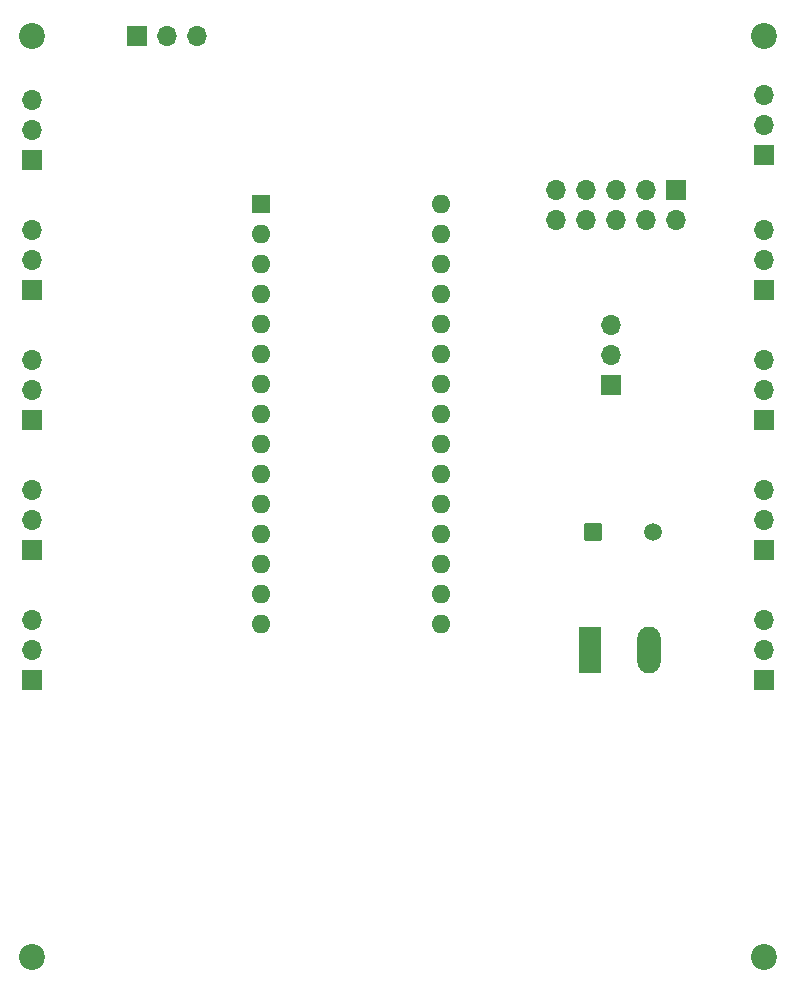
<source format=gbr>
%TF.GenerationSoftware,KiCad,Pcbnew,8.0.4*%
%TF.CreationDate,2025-01-16T20:27:34-05:00*%
%TF.ProjectId,eclipseControlPCB,65636c69-7073-4654-936f-6e74726f6c50,rev?*%
%TF.SameCoordinates,Original*%
%TF.FileFunction,Soldermask,Bot*%
%TF.FilePolarity,Negative*%
%FSLAX46Y46*%
G04 Gerber Fmt 4.6, Leading zero omitted, Abs format (unit mm)*
G04 Created by KiCad (PCBNEW 8.0.4) date 2025-01-16 20:27:34*
%MOMM*%
%LPD*%
G01*
G04 APERTURE LIST*
G04 Aperture macros list*
%AMRoundRect*
0 Rectangle with rounded corners*
0 $1 Rounding radius*
0 $2 $3 $4 $5 $6 $7 $8 $9 X,Y pos of 4 corners*
0 Add a 4 corners polygon primitive as box body*
4,1,4,$2,$3,$4,$5,$6,$7,$8,$9,$2,$3,0*
0 Add four circle primitives for the rounded corners*
1,1,$1+$1,$2,$3*
1,1,$1+$1,$4,$5*
1,1,$1+$1,$6,$7*
1,1,$1+$1,$8,$9*
0 Add four rect primitives between the rounded corners*
20,1,$1+$1,$2,$3,$4,$5,0*
20,1,$1+$1,$4,$5,$6,$7,0*
20,1,$1+$1,$6,$7,$8,$9,0*
20,1,$1+$1,$8,$9,$2,$3,0*%
G04 Aperture macros list end*
%ADD10R,1.700000X1.700000*%
%ADD11O,1.700000X1.700000*%
%ADD12C,2.200000*%
%ADD13R,1.600000X1.600000*%
%ADD14O,1.600000X1.600000*%
%ADD15R,1.980000X3.960000*%
%ADD16O,1.980000X3.960000*%
%ADD17RoundRect,0.102000X0.654000X-0.654000X0.654000X0.654000X-0.654000X0.654000X-0.654000X-0.654000X0*%
%ADD18C,1.512000*%
G04 APERTURE END LIST*
D10*
%TO.C,J12*%
X26000000Y-34525000D03*
D11*
X26000000Y-31985000D03*
X26000000Y-29445000D03*
%TD*%
D10*
%TO.C,J3*%
X88000000Y-56525000D03*
D11*
X88000000Y-53985000D03*
X88000000Y-51445000D03*
%TD*%
D10*
%TO.C,J8*%
X75000000Y-53525000D03*
D11*
X75000000Y-50985000D03*
X75000000Y-48445000D03*
%TD*%
D10*
%TO.C,J2*%
X26000000Y-56525000D03*
D11*
X26000000Y-53985000D03*
X26000000Y-51445000D03*
%TD*%
D10*
%TO.C,J10*%
X88000000Y-78555000D03*
D11*
X88000000Y-76015000D03*
X88000000Y-73475000D03*
%TD*%
D10*
%TO.C,J6*%
X26000000Y-45540000D03*
D11*
X26000000Y-43000000D03*
X26000000Y-40460000D03*
%TD*%
D10*
%TO.C,J15*%
X88000000Y-34080000D03*
D11*
X88000000Y-31540000D03*
X88000000Y-29000000D03*
%TD*%
D10*
%TO.C,J5*%
X26000000Y-67540000D03*
D11*
X26000000Y-65000000D03*
X26000000Y-62460000D03*
%TD*%
D12*
%TO.C,H1*%
X26000000Y-102000000D03*
%TD*%
%TO.C,H3*%
X26000000Y-24000000D03*
%TD*%
%TO.C,H4*%
X88000000Y-102000000D03*
%TD*%
D10*
%TO.C,J11*%
X26000000Y-78525000D03*
D11*
X26000000Y-75985000D03*
X26000000Y-73445000D03*
%TD*%
D10*
%TO.C,J4*%
X34920000Y-24000000D03*
D11*
X37460000Y-24000000D03*
X40000000Y-24000000D03*
%TD*%
D13*
%TO.C,A1*%
X45390000Y-38254800D03*
D14*
X45390000Y-40794800D03*
X45390000Y-43334800D03*
X45390000Y-45874800D03*
X45390000Y-48414800D03*
X45390000Y-50954800D03*
X45390000Y-53494800D03*
X45390000Y-56034800D03*
X45390000Y-58574800D03*
X45390000Y-61114800D03*
X45390000Y-63654800D03*
X45390000Y-66194800D03*
X45390000Y-68734800D03*
X45390000Y-71274800D03*
X45390000Y-73814800D03*
X60630000Y-73814800D03*
X60630000Y-71274800D03*
X60630000Y-68734800D03*
X60630000Y-66194800D03*
X60630000Y-63654800D03*
X60630000Y-61114800D03*
X60630000Y-58574800D03*
X60630000Y-56034800D03*
X60630000Y-53494800D03*
X60630000Y-50954800D03*
X60630000Y-48414800D03*
X60630000Y-45874800D03*
X60630000Y-43334800D03*
X60630000Y-40794800D03*
X60630000Y-38254800D03*
%TD*%
D15*
%TO.C,J9*%
X73235000Y-76000000D03*
D16*
X78235000Y-76000000D03*
%TD*%
D10*
%TO.C,J7*%
X88000000Y-45540000D03*
D11*
X88000000Y-43000000D03*
X88000000Y-40460000D03*
%TD*%
D12*
%TO.C,H2*%
X88000000Y-24000000D03*
%TD*%
D17*
%TO.C,SW2*%
X73460000Y-66000000D03*
D18*
X78540000Y-66000000D03*
%TD*%
D10*
%TO.C,J1*%
X88000000Y-67555000D03*
D11*
X88000000Y-65015000D03*
X88000000Y-62475000D03*
%TD*%
D10*
%TO.C,J16*%
X80540000Y-37000000D03*
D11*
X80540000Y-39540000D03*
X78000000Y-37000000D03*
X78000000Y-39540000D03*
X75460000Y-37000000D03*
X75460000Y-39540000D03*
X72920000Y-37000000D03*
X72920000Y-39540000D03*
X70380000Y-37000000D03*
X70380000Y-39540000D03*
%TD*%
M02*

</source>
